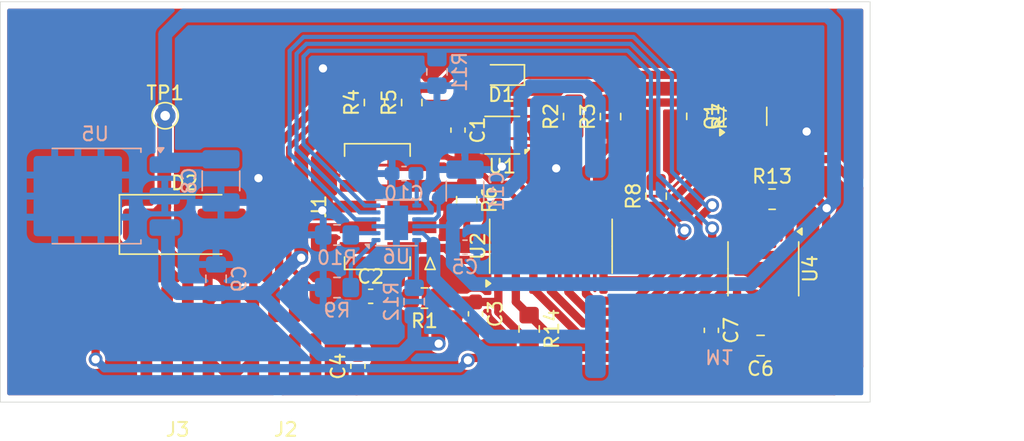
<source format=kicad_pcb>
(kicad_pcb (version 20240108) (generator "pcbnew") (generator_version "8.0")
  (layers (0 "F.Cu" signal) (31 "B.Cu" signal) (34 "B.Paste" user) (35 "F.Paste" user) (36 "B.SilkS" user "B.Silkscreen") (37 "F.SilkS" user "F.Silkscreen") (38 "B.Mask" user) (39 "F.Mask" user) (44 "Edge.Cuts" user))
  (net 0 "")
  (net 1 "GND")
  (net 2 "+5V")
  (net 3 "~{MCLR}")
  (net 4 "/+12V")
  (net 5 "Net-(D1-A)")
  (net 6 "/PGD")
  (net 7 "/PGC")
  (net 8 "/Lbus")
  (net 10 "Net-(M1--)")
  (net 11 "Net-(M1-+)")
  (net 12 "/LED")
  (net 13 "Net-(U1-SDA)")
  (net 14 "Net-(U1-SCL)")
  (net 15 "Net-(U2-RC3{slash}CxIN3-)")
  (net 16 "Net-(U6-V_{18})")
  (net 17 "Net-(U6-ILIM)")
  (net 18 "Net-(U6-ROFF)")
  (net 19 "Net-(U4-~{WAKE})")
  (net 20 "Lrx")
  (net 23 "Net-(U2-RC4)")
  (net 24 "Net-(U2-RC5)")
  (net 25 "Ltx")
  (net 28 "/~{PUSH}")
  (net 29 "Net-(U6-~{FAULT})")
  (net 30 "/LED-")
  (net 31 "/LED+")
  (footprint "Resistor_SMD:R_0805_2012Metric_Pad1.20x1.40mm_HandSolder" (layer "F.Cu") (at 150.449 58.3 -90)
    (property "Reference" "R7" (at 0 -1.65 90) (layer "F.SilkS"))
    (property "Value" "47K")
    (pad "1" smd roundrect (at -1 0 270) (size 1.2 1.4) (layers "F.Cu" "F.Paste" "F.Mask") (roundrect_rratio 0.208333) (net 2 "+5V"))
    (pad "2" smd roundrect (at 1 0 270) (size 1.2 1.4) (layers "F.Cu" "F.Paste" "F.Mask") (roundrect_rratio 0.208333) (net 12 "/LED"))
  )
  (footprint "Resistor_SMD:R_0805_2012Metric_Pad1.20x1.40mm_HandSolder" (layer "F.Cu") (at 127.1 57.3 90)
    (property "Reference" "R4" (at 0 -1.65 -90) (layer "F.SilkS"))
    (property "Value" "330")
    (pad "1" smd roundrect (at -1 0 90) (size 1.2 1.4) (layers "F.Cu" "F.Paste" "F.Mask") (roundrect_rratio 0.208333) (net 2 "+5V"))
    (pad "2" smd roundrect (at 1 0 90) (size 1.2 1.4) (layers "F.Cu" "F.Paste" "F.Mask") (roundrect_rratio 0.208333) (net 31 "/LED+"))
  )
  (footprint "Sensor_Humidity:Sensirion_DFN-8-1EP_2.5x2.5mm_P0.5mm_EP1.1x1.7mm" (layer "F.Cu") (at 136.354 59.664 180)
    (property "Reference" "U1" (at 0 -2.25 180) (layer "F.SilkS"))
    (property "Value" "SHT31-DIS")
    (pad "1" smd rect (at -1.175 -0.75 180) (size 0.55 0.25) (layers "F.Cu" "F.Paste" "F.Mask") (net 13 "Net-(U1-SDA)"))
    (pad "2" smd rect (at -1.175 -0.25 180) (size 0.55 0.25) (layers "F.Cu" "F.Paste" "F.Mask") (net 1 "GND"))
    (pad "3" smd rect (at -1.175 0.25 180) (size 0.55 0.25) (layers "F.Cu" "F.Paste" "F.Mask"))
    (pad "4" smd rect (at -1.175 0.75) (size 0.55 0.25) (layers "F.Cu" "F.Paste" "F.Mask") (net 14 "Net-(U1-SCL)"))
    (pad "5" smd rect (at 1.175 0.75 180) (size 0.55 0.25) (layers "F.Cu" "F.Paste" "F.Mask") (net 2 "+5V"))
    (pad "6" smd rect (at 1.175 0.25 180) (size 0.55 0.25) (layers "F.Cu" "F.Paste" "F.Mask"))
    (pad "7" smd rect (at 1.175 -0.25 180) (size 0.55 0.25) (layers "F.Cu" "F.Paste" "F.Mask") (net 1 "GND"))
    (pad "8" smd rect (at 1.175 -0.75 180) (size 0.55 0.25) (layers "F.Cu" "F.Paste" "F.Mask") (net 1 "GND"))
    (pad "9" smd custom (at 0 0 180) (size 1 1) (layers "F.Cu" "F.Mask") (net 1 "GND") (options (clearance outline) (anchor circle)) (primitives (gr_poly (pts (xy 0.5 0.85) (xy -0.5 0.85) (xy -0.5 -0.55) (xy -0.2 -0.85) (xy 0.5 -0.85)) (width 0) (fill yes))))
  )
  (footprint "Resistor_SMD:R_0805_2012Metric_Pad1.20x1.40mm_HandSolder" (layer "F.Cu") (at 141.529 58.318 90)
    (property "Reference" "R2" (at 0 -1.65 -90) (layer "F.SilkS"))
    (property "Value" "4.7K")
    (pad "1" smd roundrect (at -1 0 90) (size 1.2 1.4) (layers "F.Cu" "F.Paste" "F.Mask") (roundrect_rratio 0.208333) (net 13 "Net-(U1-SDA)"))
    (pad "2" smd roundrect (at 1 0 90) (size 1.2 1.4) (layers "F.Cu" "F.Paste" "F.Mask") (roundrect_rratio 0.208333) (net 2 "+5V"))
  )
  (footprint "Resistor_SMD:R_0805_2012Metric_Pad1.20x1.40mm_HandSolder" (layer "F.Cu") (at 129.8 57.3 90)
    (property "Reference" "R5" (at 0 -1.65 -90) (layer "F.SilkS"))
    (property "Value" "330")
    (pad "1" smd roundrect (at -1 0 90) (size 1.2 1.4) (layers "F.Cu" "F.Paste" "F.Mask") (roundrect_rratio 0.208333) (net 2 "+5V"))
    (pad "2" smd roundrect (at 1 0 90) (size 1.2 1.4) (layers "F.Cu" "F.Paste" "F.Mask") (roundrect_rratio 0.208333) (net 5 "Net-(D1-A)"))
  )
  (footprint "Package_SO:SOIC-8_3.9x4.9mm_P1.27mm" (layer "F.Cu") (at 155.2645 69.34325 -90)
    (property "Reference" "U4" (at 0 -3.4 90) (layer "F.SilkS"))
    (property "Value" "MCP2003B")
    (pad "1" smd roundrect (at -2.475 -1.905 270) (size 1.95 0.6) (layers "F.Cu" "F.Paste" "F.Mask") (net 20 "Lrx"))
    (pad "2" smd roundrect (at -2.475 -0.635 270) (size 1.95 0.6) (layers "F.Cu" "F.Paste" "F.Mask") (net 3 "~{MCLR}"))
    (pad "3" smd roundrect (at -2.475 0.635 270) (size 1.95 0.6) (layers "F.Cu" "F.Paste" "F.Mask") (net 19 "Net-(U4-~{WAKE})"))
    (pad "4" smd roundrect (at -2.475 1.905 270) (size 1.95 0.6) (layers "F.Cu" "F.Paste" "F.Mask") (net 25 "Ltx"))
    (pad "5" smd roundrect (at 2.475 1.905 270) (size 1.95 0.6) (layers "F.Cu" "F.Paste" "F.Mask") (net 1 "GND"))
    (pad "6" smd roundrect (at 2.475 0.635 270) (size 1.95 0.6) (layers "F.Cu" "F.Paste" "F.Mask") (net 8 "/Lbus"))
    (pad "7" smd roundrect (at 2.475 -0.635 270) (size 1.95 0.6) (layers "F.Cu" "F.Paste" "F.Mask") (net 4 "/+12V"))
    (pad "8" smd roundrect (at 2.475 -1.905 270) (size 1.95 0.6) (layers "F.Cu" "F.Paste" "F.Mask"))
  )
  (footprint "Capacitor_SMD:C_0603_1608Metric_Pad1.08x0.95mm_HandSolder" (layer "F.Cu") (at 151.5 73.8 -90)
    (property "Reference" "C7" (at 0 -1.43 90) (layer "F.SilkS"))
    (property "Value" "220pF")
    (pad "1" smd roundrect (at -0.8625 0 270) (size 1.075 0.95) (layers "F.Cu" "F.Paste" "F.Mask") (net 8 "/Lbus"))
    (pad "2" smd roundrect (at 0.8625 0 270) (size 1.075 0.95) (layers "F.Cu" "F.Paste" "F.Mask") (net 1 "GND"))
  )
  (footprint "Resistor_SMD:R_0805_2012Metric_Pad1.20x1.40mm_HandSolder" (layer "F.Cu") (at 138.3 73.7 -90)
    (property "Reference" "R14" (at 0 -1.65 90) (layer "F.SilkS"))
    (property "Value" "4.7K")
    (pad "1" smd roundrect (at -1 0 270) (size 1.2 1.4) (layers "F.Cu" "F.Paste" "F.Mask") (roundrect_rratio 0.208333) (net 20 "Lrx"))
    (pad "2" smd roundrect (at 1 0 270) (size 1.2 1.4) (layers "F.Cu" "F.Paste" "F.Mask") (roundrect_rratio 0.208333) (net 2 "+5V"))
  )
  (footprint "Package_TO_SOT_SMD:SOT-23" (layer "F.Cu") (at 153.95 58.2985 90)
    (property "Reference" "Q1" (at 0 -2.4 -90) (layer "F.SilkS"))
    (property "Value" "BSS123")
    (pad "1" smd roundrect (at -0.9375 -0.95 90) (size 1.475 0.6) (layers "F.Cu" "F.Paste" "F.Mask") (net 12 "/LED"))
    (pad "2" smd roundrect (at -0.9375 0.95 90) (size 1.475 0.6) (layers "F.Cu" "F.Paste" "F.Mask") (net 1 "GND"))
    (pad "3" smd roundrect (at 0.9375 0 90) (size 1.475 0.6) (layers "F.Cu" "F.Paste" "F.Mask") (net 30 "/LED-"))
  )
  (footprint "Resistor_SMD:R_0805_2012Metric_Pad1.20x1.40mm_HandSolder" (layer "F.Cu") (at 133.782 64.3416 -90)
    (property "Reference" "R6" (at 0 -1.65 90) (layer "F.SilkS"))
    (property "Value" "10K")
    (pad "1" smd roundrect (at -1 0 270) (size 1.2 1.4) (layers "F.Cu" "F.Paste" "F.Mask") (roundrect_rratio 0.208333) (net 6 "/PGD"))
    (pad "2" smd roundrect (at 1 0 270) (size 1.2 1.4) (layers "F.Cu" "F.Paste" "F.Mask") (roundrect_rratio 0.208333) (net 1 "GND"))
  )
  (footprint "Resistor_SMD:R_0805_2012Metric_Pad1.20x1.40mm_HandSolder" (layer "F.Cu") (at 130.718 71.463 180)
    (property "Reference" "R1" (at 0 -1.65 180) (layer "F.SilkS"))
    (property "Value" "10K")
    (pad "1" smd roundrect (at -1 0 180) (size 1.2 1.4) (layers "F.Cu" "F.Paste" "F.Mask") (roundrect_rratio 0.208333) (net 2 "+5V"))
    (pad "2" smd roundrect (at 1 0 180) (size 1.2 1.4) (layers "F.Cu" "F.Paste" "F.Mask") (roundrect_rratio 0.208333) (net 3 "~{MCLR}"))
  )
  (footprint "conn-local:Molex Pico-SPOX-4_90" (layer "F.Cu") (at 112.827 77.559 180)
    (property "Reference" "J3" (at -0.015 -3.422 0) (layer "F.SilkS"))
    (property "Value" "BUS")
    (pad "1" smd roundrect (at 2.25 1.775 180) (size 0.85 3.55) (layers "F.Cu" "F.Paste" "F.Mask") (net 8 "/Lbus"))
    (pad "1" smd roundrect (at 2.25 5.675 180) (size 0.85 2.65) (layers "F.Cu" "F.Paste" "F.Mask") (net 8 "/Lbus"))
    (pad "2" smd roundrect (at 0.75 1.775 180) (size 0.85 3.55) (layers "F.Cu" "F.Paste" "F.Mask"))
    (pad "2" smd roundrect (at 0.75 5.675 180) (size 0.85 2.65) (layers "F.Cu" "F.Paste" "F.Mask"))
    (pad "3" smd roundrect (at -0.75 1.775 180) (size 0.85 3.55) (layers "F.Cu" "F.Paste" "F.Mask") (net 4 "/+12V"))
    (pad "3" smd roundrect (at -0.75 5.675 180) (size 0.85 2.65) (layers "F.Cu" "F.Paste" "F.Mask") (net 4 "/+12V"))
    (pad "4" smd roundrect (at -2.25 1.775 180) (size 0.85 3.55) (layers "F.Cu" "F.Paste" "F.Mask") (net 1 "GND"))
    (pad "4" smd roundrect (at -2.25 5.675 180) (size 0.85 2.65) (layers "F.Cu" "F.Paste" "F.Mask") (net 1 "GND"))
  )
  (footprint "Capacitor_SMD:C_0603_1608Metric_Pad1.08x0.95mm_HandSolder" (layer "F.Cu") (at 134.417 72.606 -90)
    (property "Reference" "C3" (at 0 -1.43 90) (layer "F.SilkS"))
    (property "Value" "100nF")
    (pad "1" smd roundrect (at -0.8625 0 270) (size 1.075 0.95) (layers "F.Cu" "F.Paste" "F.Mask") (net 2 "+5V"))
    (pad "2" smd roundrect (at 0.8625 0 270) (size 1.075 0.95) (layers "F.Cu" "F.Paste" "F.Mask") (net 1 "GND"))
  )
  (footprint "Package_SO:SOIC-14_3.9x8.7mm_P1.27mm" (layer "F.Cu") (at 139.878 67.70325 90)
    (property "Reference" "U2" (at 0 -5.28 -90) (layer "F.SilkS"))
    (property "Value" "PIC18F05Q40")
    (pad "1" smd roundrect (at -2.475 -3.81 90) (size 1.95 0.6) (layers "F.Cu" "F.Paste" "F.Mask") (net 2 "+5V"))
    (pad "2" smd roundrect (at -2.475 -2.54 90) (size 1.95 0.6) (layers "F.Cu" "F.Paste" "F.Mask") (net 20 "Lrx"))
    (pad "3" smd roundrect (at -2.475 -1.27 90) (size 1.95 0.6) (layers "F.Cu" "F.Paste" "F.Mask") (net 25 "Ltx"))
    (pad "4" smd roundrect (at -2.475 0 90) (size 1.95 0.6) (layers "F.Cu" "F.Paste" "F.Mask") (net 3 "~{MCLR}"))
    (pad "5" smd roundrect (at -2.475 1.27 90) (size 1.95 0.6) (layers "F.Cu" "F.Paste" "F.Mask") (net 24 "Net-(U2-RC5)"))
    (pad "6" smd roundrect (at -2.475 2.54 90) (size 1.95 0.6) (layers "F.Cu" "F.Paste" "F.Mask") (net 23 "Net-(U2-RC4)"))
    (pad "7" smd roundrect (at -2.475 3.81 90) (size 1.95 0.6) (layers "F.Cu" "F.Paste" "F.Mask") (net 15 "Net-(U2-RC3{slash}CxIN3-)"))
    (pad "8" smd roundrect (at 2.475 3.81 90) (size 1.95 0.6) (layers "F.Cu" "F.Paste" "F.Mask") (net 12 "/LED"))
    (pad "9" smd roundrect (at 2.475 2.54 90) (size 1.95 0.6) (layers "F.Cu" "F.Paste" "F.Mask") (net 14 "Net-(U1-SCL)"))
    (pad "10" smd roundrect (at 2.475 1.27 90) (size 1.95 0.6) (layers "F.Cu" "F.Paste" "F.Mask") (net 13 "Net-(U1-SDA)"))
    (pad "11" smd roundrect (at 2.475 0 90) (size 1.95 0.6) (layers "F.Cu" "F.Paste" "F.Mask") (net 28 "/~{PUSH}"))
    (pad "12" smd roundrect (at 2.475 -1.27 90) (size 1.95 0.6) (layers "F.Cu" "F.Paste" "F.Mask") (net 7 "/PGC"))
    (pad "13" smd roundrect (at 2.475 -2.54 90) (size 1.95 0.6) (layers "F.Cu" "F.Paste" "F.Mask") (net 6 "/PGD"))
    (pad "14" smd roundrect (at 2.475 -3.81 90) (size 1.95 0.6) (layers "F.Cu" "F.Paste" "F.Mask") (net 1 "GND"))
  )
  (footprint "Diode_SMD:D_SMB_Handsoldering" (layer "F.Cu") (at 113.335 66.129)
    (property "Reference" "D2" (at 0 -3 0) (layer "F.SilkS"))
    (property "Value" "SMBJ16A")
    (pad "1" smd roundrect (at -2.7 0) (size 3.5 2.3) (layers "F.Cu" "F.Paste" "F.Mask") (roundrect_rratio 0.1086956522) (net 4 "/+12V"))
    (pad "2" smd roundrect (at 2.7 0) (size 3.5 2.3) (layers "F.Cu" "F.Paste" "F.Mask") (roundrect_rratio 0.1086956522) (net 1 "GND"))
  )
  (footprint "Capacitor_SMD:C_0603_1608Metric_Pad1.08x0.95mm_HandSolder" (layer "F.Cu") (at 125.9 76.4 90)
    (property "Reference" "C4" (at 0 -1.43 -90) (layer "F.SilkS"))
    (property "Value" "100nF")
    (pad "1" smd roundrect (at -0.8625 0 90) (size 1.075 0.95) (layers "F.Cu" "F.Paste" "F.Mask") (net 28 "/~{PUSH}"))
    (pad "2" smd roundrect (at 0.8625 0 90) (size 1.075 0.95) (layers "F.Cu" "F.Paste" "F.Mask") (net 1 "GND"))
  )
  (footprint "Capacitor_SMD:C_0603_1608Metric_Pad1.08x0.95mm_HandSolder" (layer "F.Cu") (at 133.147 59.2975 -90)
    (property "Reference" "C1" (at 0 -1.43 90) (layer "F.SilkS"))
    (property "Value" "100nF")
    (pad "1" smd roundrect (at -0.8625 0 270) (size 1.075 0.95) (layers "F.Cu" "F.Paste" "F.Mask") (net 2 "+5V"))
    (pad "2" smd roundrect (at 0.8625 0 270) (size 1.075 0.95) (layers "F.Cu" "F.Paste" "F.Mask") (net 1 "GND"))
  )
  (footprint "Resistor_SMD:R_0805_2012Metric_Pad1.20x1.40mm_HandSolder" (layer "F.Cu") (at 147.498 64.081 90)
    (property "Reference" "R8" (at 0 -1.65 -90) (layer "F.SilkS"))
    (property "Value" "47K")
    (pad "1" smd roundrect (at -1 0 90) (size 1.2 1.4) (layers "F.Cu" "F.Paste" "F.Mask") (roundrect_rratio 0.208333) (net 28 "/~{PUSH}"))
    (pad "2" smd roundrect (at 1 0 90) (size 1.2 1.4) (layers "F.Cu" "F.Paste" "F.Mask") (roundrect_rratio 0.208333) (net 2 "+5V"))
  )
  (footprint "TestPoint:TestPoint_THTPad_D1.5mm_Drill0.7mm" (layer "F.Cu") (at 111.938 58.255)
    (property "Reference" "TP1" (at 0 -1.648 0) (layer "F.SilkS"))
    (property "Value" "TestPoint")
    (pad "1" thru_hole circle (at 0 0) (size 1.5 1.5) (drill 0.7) (layers "*.Cu" "*.Mask") (net 4 "/+12V"))
  )
  (footprint "conn-local:Molex_Pico-SPOX-5-Vertical" (layer "F.Cu") (at 128.083 64.835 90)
    (property "Reference" "J1" (at 0 -5 -90) (layer "F.SilkS"))
    (property "Value" "Conn_01x05_Pin")
    (pad "1" smd rect (at -3 -2.175 180) (size 2.65 0.85) (layers "F.Cu" "F.Paste" "F.Mask") (net 3 "~{MCLR}"))
    (pad "1" smd rect (at -3 1.725 180) (size 3.55 0.85) (layers "F.Cu" "F.Paste" "F.Mask") (net 3 "~{MCLR}"))
    (pad "2" smd rect (at -1.5 -2.175 180) (size 2.65 0.85) (layers "F.Cu" "F.Paste" "F.Mask") (net 2 "+5V"))
    (pad "2" smd rect (at -1.5 1.725 180) (size 3.55 0.85) (layers "F.Cu" "F.Paste" "F.Mask") (net 2 "+5V"))
    (pad "3" smd rect (at 0 -2.175 180) (size 2.65 0.85) (layers "F.Cu" "F.Paste" "F.Mask") (net 1 "GND"))
    (pad "3" smd rect (at 0 1.725 180) (size 3.55 0.85) (layers "F.Cu" "F.Paste" "F.Mask") (net 1 "GND"))
    (pad "4" smd rect (at 1.5 -2.175 180) (size 2.65 0.85) (layers "F.Cu" "F.Paste" "F.Mask") (net 6 "/PGD"))
    (pad "4" smd rect (at 1.5 1.725 180) (size 3.55 0.85) (layers "F.Cu" "F.Paste" "F.Mask") (net 6 "/PGD"))
    (pad "5" smd rect (at 3 -2.175 180) (size 2.65 0.85) (layers "F.Cu" "F.Paste" "F.Mask") (net 7 "/PGC"))
    (pad "5" smd rect (at 3 1.725 180) (size 3.55 0.85) (layers "F.Cu" "F.Paste" "F.Mask") (net 7 "/PGC"))
  )
  (footprint "LED_SMD:LED_0603_1608Metric_Pad1.05x0.95mm_HandSolder" (layer "F.Cu") (at 136.3 55.3 180)
    (property "Reference" "D1" (at 0 -1.43 180) (layer "F.SilkS"))
    (property "Value" "LED")
    (pad "1" smd roundrect (at -0.875 0 180) (size 1.05 0.95) (layers "F.Cu" "F.Paste" "F.Mask") (net 30 "/LED-"))
    (pad "2" smd roundrect (at 0.875 0 180) (size 1.05 0.95) (layers "F.Cu" "F.Paste" "F.Mask") (net 5 "Net-(D1-A)"))
  )
  (footprint "Resistor_SMD:R_0805_2012Metric_Pad1.20x1.40mm_HandSolder" (layer "F.Cu") (at 144.196 58.318 90)
    (property "Reference" "R3" (at 0 -1.65 -90) (layer "F.SilkS"))
    (property "Value" "4.7K")
    (pad "1" smd roundrect (at -1 0 90) (size 1.2 1.4) (layers "F.Cu" "F.Paste" "F.Mask") (roundrect_rratio 0.208333) (net 14 "Net-(U1-SCL)"))
    (pad "2" smd roundrect (at 1 0 90) (size 1.2 1.4) (layers "F.Cu" "F.Paste" "F.Mask") (roundrect_rratio 0.208333) (net 2 "+5V"))
  )
  (footprint "Capacitor_SMD:C_0805_2012Metric_Pad1.18x1.45mm_HandSolder" (layer "F.Cu") (at 155.0625 74.9 180)
    (property "Reference" "C6" (at 0 -1.68 180) (layer "F.SilkS"))
    (property "Value" "1µF")
    (pad "1" smd roundrect (at -1.0375 0 180) (size 1.175 1.45) (layers "F.Cu" "F.Paste" "F.Mask") (roundrect_rratio 0.212766) (net 4 "/+12V"))
    (pad "2" smd roundrect (at 1.0375 0 180) (size 1.175 1.45) (layers "F.Cu" "F.Paste" "F.Mask") (roundrect_rratio 0.212766) (net 1 "GND"))
  )
  (footprint "Capacitor_SMD:C_0603_1608Metric_Pad1.08x0.95mm_HandSolder" (layer "F.Cu") (at 126.8235 71.336)
    (property "Reference" "C2" (at 0 -1.43 0) (layer "F.SilkS"))
    (property "Value" "100nF")
    (pad "1" smd roundrect (at -0.8625 0) (size 1.075 0.95) (layers "F.Cu" "F.Paste" "F.Mask") (net 1 "GND"))
    (pad "2" smd roundrect (at 0.8625 0) (size 1.075 0.95) (layers "F.Cu" "F.Paste" "F.Mask") (net 3 "~{MCLR}"))
  )
  (footprint "conn-local:Molex Pico-SPOX-4_90" (layer "F.Cu") (at 120.574 77.559 180)
    (property "Reference" "J2" (at -0.104 -3.422 0) (layer "F.SilkS"))
    (property "Value" "push button")
    (pad "1" smd roundrect (at 2.25 1.775 180) (size 0.85 3.55) (layers "F.Cu" "F.Paste" "F.Mask") (net 1 "GND"))
    (pad "1" smd roundrect (at 2.25 5.675 180) (size 0.85 2.65) (layers "F.Cu" "F.Paste" "F.Mask") (net 1 "GND"))
    (pad "2" smd roundrect (at 0.75 1.775 180) (size 0.85 3.55) (layers "F.Cu" "F.Paste" "F.Mask") (net 28 "/~{PUSH}"))
    (pad "2" smd roundrect (at 0.75 5.675 180) (size 0.85 2.65) (layers "F.Cu" "F.Paste" "F.Mask") (net 28 "/~{PUSH}"))
    (pad "3" smd roundrect (at -0.75 1.775 180) (size 0.85 3.55) (layers "F.Cu" "F.Paste" "F.Mask") (net 31 "/LED+"))
    (pad "3" smd roundrect (at -0.75 5.675 180) (size 0.85 2.65) (layers "F.Cu" "F.Paste" "F.Mask") (net 31 "/LED+"))
    (pad "4" smd roundrect (at -2.25 1.775 180) (size 0.85 3.55) (layers "F.Cu" "F.Paste" "F.Mask") (net 30 "/LED-"))
    (pad "4" smd roundrect (at -2.25 5.675 180) (size 0.85 2.65) (layers "F.Cu" "F.Paste" "F.Mask") (net 30 "/LED-"))
  )
  (footprint "Resistor_SMD:R_0805_2012Metric_Pad1.20x1.40mm_HandSolder" (layer "F.Cu") (at 155.9 64.3)
    (property "Reference" "R13" (at 0 -1.65 0) (layer "F.SilkS"))
    (property "Value" "4.7K")
    (pad "1" smd roundrect (at -1 0) (size 1.2 1.4) (layers "F.Cu" "F.Paste" "F.Mask") (roundrect_rratio 0.208333) (net 19 "Net-(U4-~{WAKE})"))
    (pad "2" smd roundrect (at 1 0) (size 1.2 1.4) (layers "F.Cu" "F.Paste" "F.Mask") (roundrect_rratio 0.208333) (net 4 "/+12V"))
  )
  (footprint "Package_TO_SOT_SMD:TO-252-3_TabPin2" (layer "B.Cu") (at 106.872 64.0755 180)
    (property "Reference" "U5" (at 0 4.5 0) (layer "B.SilkS") (effects (justify mirror)))
    (property "Value" "uA7805")
    (pad "1" smd roundrect (at -5.04 2.28 180) (size 2.2 1.2) (layers "B.Cu" "B.Paste" "B.Mask") (roundrect_rratio 0.208333) (net 4 "/+12V"))
    (pad "2" smd roundrect (at -5.04 0 180) (size 2.2 1.2) (layers "B.Cu" "B.Paste" "B.Mask") (roundrect_rratio 0.208333) (net 1 "GND"))
    (pad "2" smd roundrect (at -0.415 -1.525 180) (size 3.05 2.75) (layers "B.Cu" "B.Paste") (roundrect_rratio 0.090909) (net 1 "GND"))
    (pad "2" smd roundrect (at -0.415 1.525 180) (size 3.05 2.75) (layers "B.Cu" "B.Paste") (roundrect_rratio 0.090909) (net 1 "GND"))
    (pad "2" smd roundrect (at 1.26 0 180) (size 6.4 5.8) (layers "B.Cu" "B.Mask") (roundrect_rratio 0.043103) (net 1 "GND"))
    (pad "2" smd roundrect (at 2.935 -1.525 180) (size 3.05 2.75) (layers "B.Cu" "B.Paste") (roundrect_rratio 0.090909) (net 1 "GND"))
    (pad "2" smd roundrect (at 2.935 1.525 180) (size 3.05 2.75) (layers "B.Cu" "B.Paste") (roundrect_rratio 0.090909) (net 1 "GND"))
    (pad "3" smd roundrect (at -5.04 -2.28 180) (size 2.2 1.2) (layers "B.Cu" "B.Paste" "B.Mask") (roundrect_rratio 0.208333) (net 2 "+5V"))
  )
  (footprint "Capacitor_SMD:C_0603_1608Metric_Pad1.08x0.95mm_HandSolder" (layer "B.Cu") (at 129.2365 62.446)
    (property "Reference" "C10" (at 0 1.43 0) (layer "B.SilkS") (effects (justify mirror)))
    (property "Value" "1µF")
    (pad "1" smd roundrect (at -0.8625 0) (size 1.075 0.95) (layers "B.Cu" "B.Paste" "B.Mask") (net 1 "GND"))
    (pad "2" smd roundrect (at 0.8625 0) (size 1.075 0.95) (layers "B.Cu" "B.Paste" "B.Mask") (net 16 "Net-(U6-V_{18})"))
  )
  (footprint "Package_DFN_QFN:Maxim_TDFN-12-1EP_3x3mm_P0.5mm_EP1.7x2.5mm" (layer "B.Cu") (at 128.683 66.012)
    (property "Reference" "U6" (at 0 2.45 0) (layer "B.SilkS") (effects (justify mirror)))
    (property "Value" "MAX22201")
    (pad "1" smd roundrect (at -1.475 1.25) (size 0.65 0.3) (layers "B.Cu" "B.Paste" "B.Mask") (net 17 "Net-(U6-ILIM)"))
    (pad "2" smd roundrect (at -1.475 0.75) (size 0.65 0.3) (layers "B.Cu" "B.Paste" "B.Mask") (net 18 "Net-(U6-ROFF)"))
    (pad "3" smd roundrect (at -1.475 0.25) (size 0.65 0.3) (layers "B.Cu" "B.Paste" "B.Mask") (net 1 "GND"))
    (pad "4" smd roundrect (at -1.475 -0.25) (size 0.65 0.3) (layers "B.Cu" "B.Paste" "B.Mask") (net 23 "Net-(U2-RC4)"))
    (pad "5" smd roundrect (at -1.475 -0.75) (size 0.65 0.3) (layers "B.Cu" "B.Paste" "B.Mask") (net 24 "Net-(U2-RC5)"))
    (pad "6" smd roundrect (at -1.475 -1.25) (size 0.65 0.3) (layers "B.Cu" "B.Paste" "B.Mask") (net 15 "Net-(U2-RC3{slash}CxIN3-)"))
    (pad "7" smd roundrect (at 1.475 -1.25) (size 0.65 0.3) (layers "B.Cu" "B.Paste" "B.Mask") (net 16 "Net-(U6-V_{18})"))
    (pad "8" smd roundrect (at 1.475 -0.75) (size 0.65 0.3) (layers "B.Cu" "B.Paste" "B.Mask") (net 1 "GND"))
    (pad "9" smd roundrect (at 1.475 -0.25) (size 0.65 0.3) (layers "B.Cu" "B.Paste" "B.Mask") (net 10 "Net-(M1--)"))
    (pad "10" smd roundrect (at 1.475 0.25) (size 0.65 0.3) (layers "B.Cu" "B.Paste" "B.Mask") (net 4 "/+12V"))
    (pad "11" smd roundrect (at 1.475 0.75) (size 0.65 0.3) (layers "B.Cu" "B.Paste" "B.Mask") (net 11 "Net-(M1-+)"))
    (pad "12" smd roundrect (at 1.475 1.25) (size 0.65 0.3) (layers "B.Cu" "B.Paste" "B.Mask") (net 29 "Net-(U6-~{FAULT})"))
    (pad "13" smd rect (at 0 0) (size 1.7 2.5) (layers "B.Cu" "B.Mask") (net 1 "GND"))
  )
  (footprint "Capacitor_SMD:C_0603_1608Metric_Pad1.08x0.95mm_HandSolder" (layer "B.Cu") (at 133.655 67.78)
    (property "Reference" "C5" (at 0 1.43 0) (layer "B.SilkS") (effects (justify mirror)))
    (property "Value" "100nF")
    (pad "1" smd roundrect (at -0.8625 0) (size 1.075 0.95) (layers "B.Cu" "B.Paste" "B.Mask") (net 4 "/+12V"))
    (pad "2" smd roundrect (at 0.8625 0) (size 1.075 0.95) (layers "B.Cu" "B.Paste" "B.Mask") (net 1 "GND"))
  )
  (footprint "Capacitor_SMD:C_1210_3225Metric_Pad1.33x2.70mm_HandSolder" (layer "B.Cu") (at 115.979 62.971 -90)
    (property "Reference" "C8" (at 0 2.3 90) (layer "B.SilkS") (effects (justify mirror)))
    (property "Value" "10uF")
    (pad "1" smd roundrect (at -1.5625 0 270) (size 1.325 2.7) (layers "B.Cu" "B.Paste" "B.Mask") (roundrect_rratio 0.188679) (net 4 "/+12V"))
    (pad "2" smd roundrect (at 1.5625 0 270) (size 1.325 2.7) (layers "B.Cu" "B.Paste" "B.Mask") (roundrect_rratio 0.188679) (net 1 "GND"))
  )
  (footprint "Capacitor_SMD:C_0805_2012Metric_Pad1.18x1.45mm_HandSolder" (layer "B.Cu") (at 115.621 70.066 90)
    (property "Reference" "C9" (at 0 1.68 -90) (layer "B.SilkS") (effects (justify mirror)))
    (property "Value" "10uF")
    (pad "1" smd roundrect (at -1.0375 0 90) (size 1.175 1.45) (layers "B.Cu" "B.Paste" "B.Mask") (roundrect_rratio 0.212766) (net 2 "+5V"))
    (pad "2" smd roundrect (at 1.0375 0 90) (size 1.175 1.45) (layers "B.Cu" "B.Paste" "B.Mask") (roundrect_rratio 0.212766) (net 1 "GND"))
  )
  (footprint "Resistor_SMD:R_0805_2012Metric_Pad1.20x1.40mm_HandSolder" (layer "B.Cu") (at 124.384 66.891)
    (property "Reference" "R10" (at 0 1.65 0) (layer "B.SilkS") (effects (justify mirror)))
    (property "Value" "33K")
    (pad "1" smd roundrect (at -1 0) (size 1.2 1.4) (layers "B.Cu" "B.Paste" "B.Mask") (roundrect_rratio 0.208333) (net 1 "GND"))
    (pad "2" smd roundrect (at 1 0) (size 1.2 1.4) (layers "B.Cu" "B.Paste" "B.Mask") (roundrect_rratio 0.208333) (net 18 "Net-(U6-ROFF)"))
  )
  (footprint "Resistor_SMD:R_0805_2012Metric_Pad1.20x1.40mm_HandSolder" (layer "B.Cu") (at 124.384 70.701)
    (property "Reference" "R9" (at 0 1.65 0) (layer "B.SilkS") (effects (justify mirror)))
    (property "Value" "100K")
    (pad "1" smd roundrect (at -1 0) (size 1.2 1.4) (layers "B.Cu" "B.Paste" "B.Mask") (roundrect_rratio 0.208333) (net 1 "GND"))
    (pad "2" smd roundrect (at 1 0) (size 1.2 1.4) (layers "B.Cu" "B.Paste" "B.Mask") (roundrect_rratio 0.208333) (net 17 "Net-(U6-ILIM)"))
  )
  (footprint "motors-local:F130" (layer "B.Cu") (at 164.7 67)
    (property "Reference" "M1" (at -12.6 8.7 180) (layer "B.SilkS") (effects (justify mirror)))
    (property "Value" "F130" (hide yes))
    (pad "1" smd roundrect (at -21.6 7.25) (size 1.5 6) (layers "B.Cu" "B.Paste" "B.Mask") (net 11 "Net-(M1-+)"))
    (pad "2" smd roundrect (at -21.6 -7.25) (size 1.5 6) (layers "B.Cu" "B.Paste" "B.Mask") (net 10 "Net-(M1--)"))
  )
  (footprint "Resistor_SMD:R_0805_2012Metric_Pad1.20x1.40mm_HandSolder" (layer "B.Cu") (at 129.972 71.717 -90)
    (property "Reference" "R12" (at 0 1.65 90) (layer "B.SilkS") (effects (justify mirror)))
    (property "Value" "33K")
    (pad "1" smd roundrect (at -1 0 270) (size 1.2 1.4) (layers "B.Cu" "B.Paste" "B.Mask") (roundrect_rratio 0.208333) (net 29 "Net-(U6-~{FAULT})"))
    (pad "2" smd roundrect (at 1 0 270) (size 1.2 1.4) (layers "B.Cu" "B.Paste" "B.Mask") (roundrect_rratio 0.208333) (net 2 "+5V"))
  )
  (footprint "Resistor_SMD:R_0805_2012Metric_Pad1.20x1.40mm_HandSolder" (layer "B.Cu") (at 131.623 55.08 90)
    (property "Reference" "R11" (at 0 1.65 -90) (layer "B.SilkS") (effects (justify mirror)))
    (property "Value" "10K")
    (pad "1" smd roundrect (at -1 0 90) (size 1.2 1.4) (layers "B.Cu" "B.Paste" "B.Mask") (roundrect_rratio 0.208333) (net 1 "GND"))
    (pad "2" smd roundrect (at 1 0 90) (size 1.2 1.4) (layers "B.Cu" "B.Paste" "B.Mask") (roundrect_rratio 0.208333) (net 15 "Net-(U2-RC3{slash}CxIN3-)"))
  )
  (footprint "Capacitor_SMD:C_1210_3225Metric_Pad1.33x2.70mm_HandSolder" (layer "B.Cu") (at 133.655 63.716 90)
    (property "Reference" "C11" (at 0 2.3 -90) (layer "B.SilkS") (effects (justify mirror)))
    (property "Value" "10uF")
    (pad "1" smd roundrect (at -1.5625 0 90) (size 1.325 2.7) (layers "B.Cu" "B.Paste" "B.Mask") (roundrect_rratio 0.188679) (net 4 "/+12V"))
    (pad "2" smd roundrect (at 1.5625 0 90) (size 1.325 2.7) (layers "B.Cu" "B.Paste" "B.Mask") (roundrect_rratio 0.188679) (net 1 "GND"))
  )
  (gr_rect (start 100 50) (end 163 79) (stroke (width 0.05)) (fill none) (layer "Edge.Cuts"))
  (segment (start 135.604 60.414) (end 136.354 59.664) (width 0.2) (layer "F.Cu") (net 1))
  (segment (start 118.324 71.884) (end 118.324 75.784) (width 0.2) (layer "F.Cu") (net 1))
  (segment (start 136.354 59.664) (end 136.354 58.541) (width 0.2) (layer "F.Cu") (net 1))
  (segment (start 129.808 64.835) (end 132.155 64.835) (width 0.6) (layer "F.Cu") (net 1))
  (segment (start 115.077 71.884) (end 115.077 69.213) (width 0.6) (layer "F.Cu") (net 1))
  (segment (start 135.179 60.414) (end 135.604 60.414) (width 0.2) (layer "F.Cu") (net 1))
  (segment (start 137.529 59.914) (end 136.604 59.914) (width 0.2) (layer "F.Cu") (net 1))
  (segment (start 118.324 71.884) (end 118.324 69.721) (width 0.6) (layer "F.Cu") (net 1))
  (segment (start 135.179 59.914) (end 136.104 59.914) (width 0.2) (layer "F.Cu") (net 1))
  (segment (start 115.077 71.884) (end 115.077 75.784) (width 0.2) (layer "F.Cu") (net 1))
  (segment (start 125.908 64.835) (end 123.5218 64.835) (width 0.6) (layer "F.Cu") (net 1))
  (segment (start 136.354 59.664) (end 136.354 60.763) (width 0.2) (layer "F.Cu") (net 1))
  (segment (start 125.908 64.835) (end 129.808 64.835) (width 0.2) (layer "F.Cu") (net 1))
  (via (at 123.368 54.826) (size 1) (drill 0.6) (layers "F.Cu" "B.Cu") (net 1))
  (via (at 118.6944 62.7762) (size 1) (drill 0.6) (layers "F.Cu" "B.Cu") (net 1))
  (via (at 140.259 62.065) (size 1) (drill 0.6) (layers "F.Cu" "B.Cu") (net 1))
  (via (at 158.4 59.4) (size 1) (drill 0.6) (layers "F.Cu" "B.Cu") (net 1))
  (via (at 136.322 61.938) (size 1) (drill 0.6) (layers "F.Cu" "B.Cu") (net 1))
  (via (at 123.3172 65.113) (size 1) (drill 0.6) (layers "F.Cu" "B.Cu") (net 1))
  (segment (start 129.433 65.262) (end 128.683 66.012) (width 0.3) (layer "B.Cu") (net 1))
  (segment (start 130.158 65.262) (end 129.433 65.262) (width 0.3) (layer "B.Cu") (net 1))
  (segment (start 127.208 66.262) (end 128.433 66.262) (width 0.3) (layer "B.Cu") (net 1))
  (segment (start 125.908 66.335) (end 129.808 66.335) (width 0.2) (layer "F.Cu") (net 2))
  (segment (start 136.068 71.717) (end 136.0415 71.7435) (width 0.6) (layer "F.Cu") (net 2))
  (segment (start 121.793 66.3068) (end 121.793 60.96443) (width 1) (layer "F.Cu") (net 2))
  (segment (start 134.264 57.318) (end 133.147 58.435) (width 0.6) (layer "F.Cu") (net 2))
  (segment (start 133.147 58.435) (end 129.919 58.435) (width 0.6) (layer "F.Cu") (net 2))
  (segment (start 124.45743 58.3) (end 127.1 58.3) (width 1) (layer "F.Cu") (net 2))
  (segment (start 147.389 57.3) (end 150.449 57.3) (width 0.6) (layer "F.Cu") (net 2))
  (segment (start 147.498 57.445) (end 147.371 57.318) (width 0.6) (layer "F.Cu") (net 2))
  (segment (start 141.529 57.318) (end 144.196 57.318) (width 0.6) (layer "F.Cu") (net 2))
  (segment (start 136.068 72.468) (end 138.3 74.7) (width 0.6) (layer "F.Cu") (net 2))
  (segment (start 134.264 57.318) (end 141.529 57.318) (width 0.6) (layer "F.Cu") (net 2))
  (segment (start 135.179 58.914) (end 133.626 58.914) (width 0.2) (layer "F.Cu") (net 2))
  (segment (start 136.068 71.717) (end 136.068 72.468) (width 0.6) (layer "F.Cu") (net 2))
  (segment (start 144.196 57.318) (end 147.371 57.318) (width 0.6) (layer "F.Cu") (net 2))
  (segment (start 125.908 66.335) (end 121.8212 66.335) (width 0.6) (layer "F.Cu") (net 2))
  (segment (start 136.0415 71.7435) (end 134.417 71.7435) (width 0.6) (layer "F.Cu") (net 2))
  (segment (start 121.793 68.543603) (end 121.793 66.3068) (width 1) (layer "F.Cu") (net 2))
  (segment (start 121.793 60.96443) (end 124.45743 58.3) (width 1) (layer "F.Cu") (net 2))
  (segment (start 131.718 74.67) (end 131.718 71.463) (width 1) (layer "F.Cu") (net 2))
  (segment (start 121.8212 66.335) (end 121.793 66.3068) (width 0.6) (layer "F.Cu") (net 2))
  (segment (start 147.498 63.081) (end 147.498 57.445) (width 0.6) (layer "F.Cu") (net 2))
  (segment (start 131.63775 71.7435) (end 134.417 71.7435) (width 0.8) (layer "F.Cu") (net 2))
  (segment (start 136.068 70.17825) (end 136.068 71.717) (width 0.6) (layer "F.Cu") (net 2))
  (segment (start 133.626 58.914) (end 133.147 58.435) (width 0.2) (layer "F.Cu") (net 2))
  (segment (start 129.919 58.435) (end 127.165 58.435) (width 1) (layer "F.Cu") (net 2))
  (via (at 131.75 74.765) (size 1) (drill 0.6) (layers "F.Cu" "B.Cu") (net 2))
  (via (at 121.793 68.543603) (size 1) (drill 0.6) (layers "F.Cu" "B.Cu") (net 2))
  (segment (start 118.7745 71.1035) (end 115.621 71.1035) (width 1) (layer "B.Cu") (net 2))
  (segment (start 129.8355 74.765) (end 129.761 74.8395) (width 1) (layer "B.Cu") (net 2))
  (segment (start 129.761 74.8395) (end 129.988 74.6125) (width 1) (layer "B.Cu") (net 2))
  (segment (start 129.988 74.6125) (end 129.988 72.733) (width 1) (layer "B.Cu") (net 2))
  (segment (start 121.793 68.543603) (end 121.594397 68.543603) (width 1) (layer "B.Cu") (net 2))
  (segment (start 131.75 74.765) (end 129.8355 74.765) (width 1) (layer "B.Cu") (net 2))
  (segment (start 112.87 71.1035) (end 115.621 71.1035) (width 1) (layer "B.Cu") (net 2))
  (segment (start 121.594397 68.543603) (end 119.0345 71.1035) (width 1) (layer "B.Cu") (net 2))
  (segment (start 123.198 75.527) (end 129.0735 75.527) (width 1) (layer "B.Cu") (net 2))
  (segment (start 129.0735 75.527) (end 129.761 74.8395) (width 1) (layer "B.Cu") (net 2))
  (segment (start 112.142 70.3755) (end 112.87 71.1035) (width 1) (layer "B.Cu") (net 2))
  (segment (start 112.142 66.3755) (end 112.142 70.3755) (width 1) (layer "B.Cu") (net 2))
  (segment (start 118.7745 71.1035) (end 123.198 75.527) (width 1) (layer "B.Cu") (net 2))
  (segment (start 119.0345 71.1035) (end 118.7745 71.1035) (width 1) (layer "B.Cu") (net 2))
  (segment (start 125.908 67.835) (end 129.808 67.835) (width 0.2) (layer "F.Cu") (net 3))
  (segment (start 129.808 67.835) (end 129.808 71.373) (width 0.6) (layer "F.Cu") (net 3))
  (segment (start 155.8995 66.86825) (end 155.8995 63.714756) (width 0.2) (layer "F.Cu") (net 3))
  (segment (start 127.686 71.336) (end 129.591 71.336) (width 0.6) (layer "F.Cu") (net 3))
  (segment (start 155.8995 63.714756) (end 155.384744 63.2) (width 0.2) (layer "F.Cu") (net 3))
  (segment (start 152.5595 67.27776) (end 152.5595 64.3405) (width 0.6) (layer "F.Cu") (net 3))
  (segment (start 142.232726 73.3) (end 146.53726 73.3) (width 0.6) (layer "F.Cu") (net 3))
  (segment (start 139.878 70.17825) (end 139.878 70.945274) (width 0.6) (layer "F.Cu") (net 3))
  (segment (start 139.878 69.203251) (end 139.374749 68.7) (width 0.6) (layer "F.Cu") (net 3))
  (segment (start 139.878 70.945274) (end 142.232726 73.3) (width 0.6) (layer "F.Cu") (net 3))
  (segment (start 133.1 68.7) (end 132.235 67.835) (width 0.6) (layer "F.Cu") (net 3))
  (segment (start 139.878 70.17825) (end 139.878 69.203251) (width 0.6) (layer "F.Cu") (net 3))
  (segment (start 155.384744 63.2) (end 153.5 63.2) (width 0.2) (layer "F.Cu") (net 3))
  (segment (start 139.374749 68.7) (end 133.1 68.7) (width 0.6) (layer "F.Cu") (net 3))
  (segment (start 146.53726 73.3) (end 152.5595 67.27776) (width 0.6) (layer "F.Cu") (net 3))
  (segment (start 152.5595 64.3405) (end 153.5 63.4) (width 0.6) (layer "F.Cu") (net 3))
  (segment (start 132.235 67.835) (end 129.808 67.835) (width 0.6) (layer "F.Cu") (net 3))
  (segment (start 113.577 71.884) (end 113.577 75.784) (width 0.2) (layer "F.Cu") (net 4))
  (segment (start 159.2 64.3) (end 159.817 64.917) (width 0.6) (layer "F.Cu") (net 4))
  (segment (start 159.817 64.917) (end 159.817 73.583) (width 0.6) (layer "F.Cu") (net 4))
  (segment (start 156.9 64.3) (end 159.2 64.3) (width 0.6) (layer "F.Cu") (net 4))
  (segment (start 155.8995 71.81825) (end 155.8995 74.4995) (width 0.6) (layer "F.Cu") (net 4))
  (segment (start 110.635 66.129) (end 111.872 64.892) (width 1) (layer "F.Cu") (net 4))
  (segment (start 111.872 64.892) (end 111.872 58.321) (width 1) (layer "F.Cu") (net 4))
  (segment (start 113.577 71.884) (end 113.577 69.673) (width 0.8) (layer "F.Cu") (net 4))
  (segment (start 158.5 74.9) (end 156.1 74.9) (width 0.6) (layer "F.Cu") (net 4))
  (segment (start 113.577 69.505) (end 110.635 66.563) (width 0.8) (layer "F.Cu") (net 4))
  (segment (start 111.872 58.321) (end 111.938 58.255) (width 1) (layer "F.Cu") (net 4))
  (segment (start 159.817 73.583) (end 158.5 74.9) (width 0.6) (layer "F.Cu") (net 4))
  (via (at 159.85 64.95) (size 1) (drill 0.6) (layers "F.Cu" "B.Cu") (net 4))
  (segment (start 130.158 66.262) (end 132.5445 66.262) (width 0.3) (layer "B.Cu") (net 4))
  (segment (start 159.85 64.95) (end 154.353 70.447) (width 1) (layer "B.Cu") (net 4))
  (segment (start 159.9 51) (end 113.3 51) (width 1) (layer "B.Cu") (net 4))
  (segment (start 134.29 70.447) (end 132.766 68.923) (width 1) (layer "B.Cu") (net 4))
  (segment (start 111.938 58.255) (end 111.938 61.5715) (width 1) (layer "B.Cu") (net 4))
  (segment (start 160.384314 51.484314) (end 159.9 51) (width 1) (layer "B.Cu") (net 4))
  (segment (start 160.384314 64.415686) (end 160.384314 51.484314) (width 1) (layer "B.Cu") (net 4))
  (segment (start 159.85 64.95) (end 160.384314 64.415686) (width 1) (layer "B.Cu") (net 4))
  (segment (start 154.353 70.447) (end 134.29 70.447) (width 1) (layer "B.Cu") (net 4))
  (segment (start 112.0795 61.43) (end 115.2665 61.43) (width 1) (layer "B.Cu") (net 4))
  (segment (start 113.3 51) (end 111.938 52.362) (width 1) (layer "B.Cu") (net 4))
  (segment (start 111.938 52.362) (end 111.938 58.255) (width 1) (layer "B.Cu") (net 4))
  (segment (start 132.766 66.1675) (end 133.655 65.2785) (width 1) (layer "B.Cu") (net 4))
  (segment (start 111.938 61.5715) (end 112.0795 61.43) (width 1) (layer "B.Cu") (net 4))
  (segment (start 132.766 68.923) (end 132.766 66.1675) (width 1) (layer "B.Cu") (net 4))
  (segment (start 131.6 56.3) (end 129.8 56.3) (width 0.6) (layer "F.Cu") (net 5))
  (segment (start 135.425 55.3) (end 132.6 55.3) (width 0.6) (layer "F.Cu") (net 5))
  (segment (start 132.6 55.3) (end 131.6 56.3) (width 0.6) (layer "F.Cu") (net 5))
  (segment (start 132.282956 63.3416) (end 133.782 63.3416) (width 0.6) (layer "F.Cu") (net 6))
  (segment (start 125.908 63.335) (end 129.808 63.335) (width 0.2) (layer "F.Cu") (net 6))
  (segment (start 136.902349 63.8176) (end 137.338 64.253251) (width 0.4) (layer "F.Cu") (net 6))
  (segment (start 134.258 63.8176) (end 136.902349 63.8176) (width 0.4) (layer "F.Cu") (net 6))
  (segment (start 133.782 63.3416) (end 134.258 63.8176) (width 0.4) (layer "F.Cu") (net 6))
  (segment (start 132.276356 63.335) (end 129.808 63.335) (width 0.6) (layer "F.Cu") (net 6))
  (segment (start 132.276356 63.335) (end 132.282956 63.3416) (width 0.6) (layer "F.Cu") (net 6))
  (segment (start 137.338 64.253251) (end 137.338 65.22825) (width 0.4) (layer "F.Cu") (net 6))
  (segment (start 137.5412 63.1572) (end 138.608 64.224) (width 0.4) (layer "F.Cu") (net 7))
  (segment (start 132.4866 62.192) (end 134.6456 62.192) (width 0.4) (layer "F.Cu") (net 7))
  (segment (start 135.6108 63.1572) (end 137.5412 63.1572) (width 0.4) (layer "F.Cu") (net 7))
  (segment (start 125.908 61.835) (end 129.808 61.835) (width 0.2) (layer "F.Cu") (net 7))
  (segment (start 138.608 64.224) (end 138.608 65.22825) (width 0.4) (layer "F.Cu") (net 7))
  (segment (start 129.808 61.835) (end 132.1296 61.835) (width 0.4) (layer "F.Cu") (net 7))
  (segment (start 132.1296 61.835) (end 132.4866 62.192) (width 0.4) (layer "F.Cu") (net 7))
  (segment (start 134.6456 62.192) (end 135.6108 63.1572) (width 0.4) (layer "F.Cu") (net 7))
  (segment (start 107.816 71.884) (end 110.577 71.884) (width 0.6) (layer "F.Cu") (net 8))
  (segment (start 110.577 71.884) (end 110.577 75.784) (width 0.2) (layer "F.Cu") (net 8))
  (segment (start 133.862943 75.965) (end 134.027943 75.8) (width 0.6) (layer "F.Cu") (net 8))
  (segment (start 147.431371 75.8) (end 150.293871 72.9375) (width 0.6) (layer "F.Cu") (net 8))
  (segment (start 153.782894 70.34325) (end 152.936106 70.34325) (width 0.6) (layer "F.Cu") (net 8))
  (segment (start 150.293871 72.9375) (end 151.5 72.9375) (width 0.6) (layer "F.Cu") (net 8))
  (segment (start 106.9 72.8) (end 107.816 71.884) (width 0.6) (layer "F.Cu") (net 8))
  (segment (start 151.5 71.779356) (end 151.5 72.9375) (width 0.6) (layer "F.Cu") (net 8))
  (segment (start 106.9 75.9) (end 106.9 72.8) (width 0.6) (layer "F.Cu") (net 8))
  (segment (start 134.027943 75.8) (end 147.431371 75.8) (width 0.6) (layer "F.Cu") (net 8))
  (segment (start 152.936106 70.34325) (end 151.5 71.779356) (width 0.6) (layer "F.Cu") (net 8))
  (segment (start 154.6295 71.189856) (end 153.782894 70.34325) (width 0.6) (layer "F.Cu") (net 8))
  (via (at 133.862943 75.965) (size 1) (drill 0.6) (layers "F.Cu" "B.Cu") (net 8))
  (via (at 106.9 75.9) (size 1) (drill 0.6) (layers "F.Cu" "B.Cu") (net 8))
  (segment (start 133.862943 75.965) (end 133.284943 76.543) (width 0.6) (layer "B.Cu") (net 8))
  (segment (start 107.543 76.543) (end 106.9 75.9) (width 0.6) (layer "B.Cu") (net 8))
  (segment (start 133.284943 76.543) (end 107.543 76.543) (width 0.6) (layer "B.Cu") (net 8))
  (segment (start 131.75 64.224) (end 132.258 63.716) (width 1) (layer "B.Cu") (net 10))
  (segment (start 131.482 65.762) (end 131.75 65.494) (width 0.3) (layer "B.Cu") (net 10))
  (segment (start 142.4688 56.118) (end 143.1 56.7492) (width 1) (layer "B.Cu") (net 10))
  (segment (start 130.158 65.762) (end 131.482 65.762) (width 0.3) (layer "B.Cu") (net 10))
  (segment (start 132.258 63.716) (end 136.703 63.716) (width 1) (layer "B.Cu") (net 10))
  (segment (start 137.662 62.757) (end 137.662 56.820943) (width 1) (layer "B.Cu") (net 10))
  (segment (start 136.703 63.716) (end 137.662 62.757) (width 1) (layer "B.Cu") (net 10))
  (segment (start 131.75 65.494) (end 131.75 64.224) (width 0.3) (layer "B.Cu") (net 10))
  (segment (start 138.364943 56.118) (end 142.4688 56.118) (width 1) (layer "B.Cu") (net 10))
  (segment (start 137.662 56.820943) (end 138.364943 56.118) (width 1) (layer "B.Cu") (net 10))
  (segment (start 143.1 56.7492) (end 143.1 59.75) (width 1) (layer "B.Cu") (net 10))
  (segment (start 130.158 66.762) (end 130.605 66.762) (width 0.3) (layer "B.Cu") (net 11))
  (segment (start 130.605 66.762) (end 131.369 67.526) (width 0.3) (layer "B.Cu") (net 11))
  (segment (start 135.553 74.25) (end 143.1 74.25) (width 1) (layer "B.Cu") (net 11))
  (segment (start 131.369 67.526) (end 131.369 70.066) (width 1) (layer "B.Cu") (net 11))
  (segment (start 131.369 70.066) (end 135.553 74.25) (width 1) (layer "B.Cu") (net 11))
  (segment (start 144.83225 64.084) (end 148.079744 64.084) (width 0.2) (layer "F.Cu") (net 12))
  (segment (start 150.449 61.714744) (end 150.449 59.3) (width 0.2) (layer "F.Cu") (net 12))
  (segment (start 148.079744 64.084) (end 150.449 61.714744) (width 0.2) (layer "F.Cu") (net 12))
  (segment (start 143.688 65.22825) (end 144.83225 64.084) (width 0.2) (layer "F.Cu") (net 12))
  (segment (start 150.449 59.3) (end 152.936 59.3) (width 0.6) (layer "F.Cu") (net 12))
  (segment (start 141.148 63.335) (end 141.618 62.865) (width 0.6) (layer "F.Cu") (net 13))
  (segment (start 137.529 60.414) (end 141.618 60.414) (width 0.2) (layer "F.Cu") (net 13))
  (segment (start 141.618 59.886) (end 141.148 59.416) (width 0.6) (layer "F.Cu") (net 13))
  (segment (start 141.148 65.22825) (end 141.148 63.335) (width 0.6) (layer "F.Cu") (net 13))
  (segment (start 141.618 62.865) (end 141.618 59.886) (width 0.6) (layer "F.Cu") (net 13))
  (segment (start 144.196 60.382) (end 144.196 59.318) (width 0.6) (layer "F.Cu") (net 14))
  (segment (start 142.418 62.16) (end 144.196 60.382) (width 0.6) (layer "F.Cu") (net 14))
  (segment (start 137.529 58.914) (end 138.143 58.3) (width 0.2) (layer "F.Cu") (net 14))
  (segment (start 142.418 65.22825) (end 142.418 62.16) (width 0.6) (layer "F.Cu") (net 14))
  (segment (start 138.143 58.3) (end 143.178 58.3) (width 0.2) (layer "F.Cu") (net 14))
  (segment (start 143.178 58.3) (end 144.196 59.318) (width 0.2) (layer "F.Cu") (net 14))
  (segment (start 149.559501 66.570153) (end 149.559501 66.883649) (width 0.6) (layer "F.Cu") (net 15))
  (segment (start 146.2649 70.17825) (end 143.688 70.17825) (width 0.6) (layer "F.Cu") (net 15))
  (segment (start 149.559501 66.883649) (end 146.2649 70.17825) (width 0.6) (layer "F.Cu") (net 15))
  (via (at 149.559501 66.570153) (size 1) (drill 0.6) (layers "F.Cu" "B.Cu") (net 15))
  (segment (start 121.955 60.3218) (end 126.3952 64.762) (width 0.3) (layer "B.Cu") (net 15))
  (segment (start 126.3952 64.762) (end 127.208 64.762) (width 0.3) (layer "B.Cu") (net 15))
  (segment (start 147.117 55.224212) (end 145.440788 53.548) (width 0.3) (layer "B.Cu") (net 15))
  (segment (start 149.559501 66.570153) (end 147.117 64.127652) (width 0.3) (layer "B.Cu") (net 15))
  (segment (start 147.117 64.127652) (end 147.117 55.224212) (width 0.3) (layer "B.Cu") (net 15))
  (segment (start 121.955 53.970212) (end 121.955 60.3218) (width 0.3) (layer "B.Cu") (net 15))
  (segment (start 145.440788 53.548) (end 122.377212 53.548) (width 0.3) (layer "B.Cu") (net 15))
  (segment (start 122.377212 53.548) (end 121.955 53.970212) (width 0.3) (layer "B.Cu") (net 15))
  (segment (start 130.158 64.762) (end 130.158 62.505) (width 0.3) (layer "B.Cu") (net 16))
  (segment (start 125.384 69.086) (end 125.384 70.701) (width 0.3) (layer "B.Cu") (net 17))
  (segment (start 127.208 67.262) (end 125.384 69.086) (width 0.3) (layer "B.Cu") (net 17))
  (segment (start 127.208 66.762) (end 125.513 66.762) (width 0.3) (layer "B.Cu") (net 18))
  (segment (start 154.6295 66.86825) (end 154.6295 64.5705) (width 0.6) (layer "F.Cu") (net 19))
  (segment (start 137.338 71.738) (end 138.3 72.7) (width 0.6) (layer "F.Cu") (net 20))
  (segment (start 147.1 75) (end 153.75675 68.34325) (width 0.6) (layer "F.Cu") (net 20))
  (segment (start 156.322894 68.34325) (end 157.1695 67.496644) (width 0.6) (layer "F.Cu") (net 20))
  (segment (start 138.3 72.7) (end 140.6 75) (width 0.6) (layer "F.Cu") (net 20))
  (segment (start 137.338 70.17825) (end 137.338 71.738) (width 0.6) (layer "F.Cu") (net 20))
  (segment (start 140.6 75) (end 147.1 75) (width 0.6) (layer "F.Cu") (net 20))
  (segment (start 153.75675 68.34325) (end 156.322894 68.34325) (width 0.6) (layer "F.Cu") (net 20))
  (segment (start 150.559501 67.015019) (end 145.92127 71.65325) (width 0.6) (layer "F.Cu") (net 23))
  (segment (start 145.92127 71.65325) (end 142.918001 71.65325) (width 0.6) (layer "F.Cu") (net 23))
  (segment (start 142.918001 71.65325) (end 142.418 71.153249) (width 0.6) (layer "F.Cu") (net 23))
  (segment (start 150.559501 65.731999) (end 150.559501 67.015019) (width 0.6) (layer "F.Cu") (net 23))
  (segment (start 142.418 71.153249) (end 142.418 70.17825) (width 0.6) (layer "F.Cu") (net 23))
  (segment (start 151.5595 64.732) (end 150.559501 65.731999) (width 0.6) (layer "F.Cu") (net 23))
  (via (at 151.5595 64.732) (size 1) (drill 0.6) (layers "F.Cu" "B.Cu") (net 23))
  (segment (start 151.054 64.732) (end 148.641 62.319) (width 0.3) (layer "B.Cu") (net 23))
  (segment (start 120.955 60.9982) (end 125.7188 65.762) (width 0.3) (layer "B.Cu") (net 23))
  (segment (start 148.641 55.334) (end 145.855001 52.548) (width 0.3) (layer "B.Cu") (net 23))
  (segment (start 125.7188 65.762) (end 127.208 65.762) (width 0.3) (layer "B.Cu") (net 23))
  (segment (start 151.5595 64.732) (end 151.054 64.732) (width 0.3) (layer "B.Cu") (net 23))
  (segment (start 120.955 53.556) (end 120.955 60.9982) (width 0.3) (layer "B.Cu") (net 23))
  (segment (start 121.963 52.548) (end 120.955 53.556) (width 0.3) (layer "B.Cu") (net 23))
  (segment (start 145.855001 52.548) (end 121.963 52.548) (width 0.3) (layer "B.Cu") (net 23))
  (segment (start 148.641 62.319) (end 148.641 55.334) (width 0.3) (layer "B.Cu") (net 23))
  (segment (start 142.586631 72.45325) (end 141.148 71.014619) (width 0.6) (layer "F.Cu") (net 24))
  (segment (start 151.559501 67.146389) (end 146.25264 72.45325) (width 0.6) (layer "F.Cu") (net 24))
  (segment (start 146.25264 72.45325) (end 142.586631 72.45325) (width 0.6) (layer "F.Cu") (net 24))
  (segment (start 151.559501 66.402713) (end 151.559501 67.146389) (width 0.6) (layer "F.Cu") (net 24))
  (segment (start 141.148 71.014619) (end 141.148 70.17825) (width 0.6) (layer "F.Cu") (net 24))
  (via (at 151.559501 66.402713) (size 1) (drill 0.6) (layers "F.Cu" "B.Cu") (net 24))
  (segment (start 145.647894 53.048) (end 122.170106 53.048) (width 0.3) (layer "B.Cu") (net 24))
  (segment (start 122.170106 53.048) (end 121.455 53.763106) (width 0.3) (layer "B.Cu") (net 24))
  (segment (start 126.0316 65.262) (end 127.208 65.262) (width 0.3) (layer "B.Cu") (net 24))
  (segment (start 121.455 60.6854) (end 126.0316 65.262) (width 0.3) (layer "B.Cu") (net 24))
  (segment (start 151.559501 66.402713) (end 151.522631 66.402713) (width 0.3) (layer "B.Cu") (net 24))
  (segment (start 147.654422 62.534504) (end 147.654422 55.054528) (width 0.3) (layer "B.Cu") (net 24))
  (segment (start 121.455 53.763106) (end 121.455 60.6854) (width 0.3) (layer "B.Cu") (net 24))
  (segment (start 151.522631 66.402713) (end 147.654422 62.534504) (width 0.3) (layer "B.Cu") (net 24))
  (segment (start 147.654422 55.054528) (end 145.647894 53.048) (width 0.3) (layer "B.Cu") (net 24))
  (segment (start 153.3595 67.60913) (end 153.3595 66.86825) (width 0.6) (layer "F.Cu") (net 25))
  (segment (start 146.76863 74.2) (end 153.3595 67.60913) (width 0.6) (layer "F.Cu") (net 25))
  (segment (start 138.608 70.806644) (end 142.001356 74.2) (width 0.6) (layer "F.Cu") (net 25))
  (segment (start 142.001356 74.2) (end 146.76863 74.2) (width 0.6) (layer "F.Cu") (net 25))
  (segment (start 151.612272 61.4) (end 147.931272 65.081) (width 0.6) (layer "F.Cu") (net 28))
  (segment (start 162.2 63.5) (end 160.1 61.4) (width 0.6) (layer "F.Cu") (net 28))
  (segment (start 146.4235 67.272) (end 140.259 67.272) (width 0.6) (layer "F.Cu") (net 28))
  (segment (start 147.931272 65.081) (end 147.498 65.081) (width 0.6) (layer "F.Cu") (net 28))
  (segment (start 140.259 67.272) (end 139.878 66.891) (width 0.6) (layer "F.Cu") (net 28))
  (segment (start 147.498 65.081) (end 147.498 66.1975) (width 0.6) (layer "F.Cu") (net 28))
  (segment (start 125.8 78.2) (end 120.465001 78.2) (width 0.6) (layer "F.Cu") (net 28))
  (segment (start 160.1 61.4) (end 151.612272 61.4) (width 0.6) (layer "F.Cu") (net 28))
  (segment (start 119.824 77.558999) (end 119.824 75.784) (width 0.6) (layer "F.Cu") (net 28))
  (segment (start 125.8 78.2) (end 125.8 77.3625) (width 0.6) (layer "F.Cu") (net 28))
  (segment (start 139.878 66.891) (end 139.878 65.22825) (width 0.6) (layer "F.Cu") (net 28))
  (segment (start 160.4 78.2) (end 162.2 76.4) (width 0.6) (layer "F.Cu") (net 28))
  (segment (start 125.8 78.2) (end 160.4 78.2) (width 0.6) (layer "F.Cu") (net 28))
  (segment (start 120.465001 78.2) (end 119.824 77.558999) (width 0.6) (layer "F.Cu") (net 28))
  (segment (start 147.498 66.1975) (end 146.4235 67.272) (width 0.6) (layer "F.Cu") (net 28))
  (segment (start 162.2 76.4) (end 162.2 63.5) (width 0.6) (layer "F.Cu") (net 28))
  (segment (start 119.824 71.884) (end 119.824 75.784) (width 0.2) (layer "F.Cu") (net 28))
  (segment (start 130.158 67.262) (end 130.158 70.531) (width 0.3) (layer "B.Cu") (net 29))
  (segment (start 124.184638 57.3) (end 120.893 60.591638) (width 0.4) (layer "F.Cu") (net 30))
  (segment (start 122.824 71.884) (end 122.824 75.784) (width 0.2) (layer "F.Cu") (net 30))
  (segment (start 137.175 55.3) (end 135.998 56.477) (width 0.4) (layer "F.Cu") (net 30))
  (segment (start 134.11505 56.477) (end 133.29205 57.3) (width 0.4) (layer "F.Cu") (net 30))
  (segment (start 120.893 69.115) (end 122.824 71.046) (width 0.4) (layer "F.Cu") (net 30))
  (segment (start 135.998 56.477) (end 134.11505 56.477) (width 0.4) (layer "F.Cu") (net 30))
  (segment (start 133.29205 57.3) (end 124.184638 57.3) (width 0.4) (layer "F.Cu") (net 30))
  (segment (start 120.893 60.591638) (end 120.893 69.115) (width 0.4) (layer "F.Cu") (net 30))
  (segment (start 137.175 55.3) (end 152.4 55.3) (width 0.6) (layer "F.Cu") (net 30))
  (segment (start 152.4 55.3) (end 153.95 56.85) (width 0.6) (layer "F.Cu") (net 30))
  (segment (start 124.194688 56.3) (end 127.1 56.3) (width 0.6) (layer "F.Cu") (net 31))
  (segment (start 120.193 60.301688) (end 124.194688 56.3) (width 0.6) (layer "F.Cu") (net 31))
  (segment (start 121.324 71.045484) (end 120.193 69.914484) (width 0.6) (layer "F.Cu") (net 31))
  (segment (start 121.324 71.884) (end 121.324 75.784) (width 0.2) (layer "F.Cu") (net 31))
  (segment (start 120.193 69.914484) (end 120.193 60.301688) (width 0.6) (layer "F.Cu") (net 31))
  (zone (net 0) (net_name "") (layer "F.Cu") (connect_pads (clearance 0)) (min_thickness 0.25)
    (keepout (tracks allowed) (vias allowed) (pads allowed) (copperpour not_allowed) (footprints allowed))
    (fill (thermal_gap 0.5) (thermal_bridge_width 0.5))
    (polygon (pts (xy 109.906 70.32) (xy 114.448 70.32) (xy 114.448 77.813) (xy 109.906 77.813)))
  )
  (zone (net 0) (net_name "") (layer "F.Cu") (connect_pads (clearance 0)) (min_thickness 0.25)
    (keepout (tracks allowed) (vias allowed) (pads allowed) (copperpour not_allowed) (footprints allowed))
    (fill (thermal_gap 0.5) (thermal_bridge_width 0.5))
    (polygon (pts (xy 118.753 70.32) (xy 123.495 70.32) (xy 123.495 77.813) (xy 118.88 77.813)))
  )
  (zone (net 0) (net_name "") (layer "F.Cu") (connect_pads (clearance 0)) (min_thickness 0.25)
    (keepout (tracks allowed) (vias allowed) (pads allowed) (copperpour not_allowed) (footprints allowed))
    (fill (thermal_gap 0.5) (thermal_bridge_width 0.5))
    (polygon (pts (xy 124.638 61.176) (xy 131.623 61.176) (xy 131.75 68.415) (xy 124.638 68.415)))
  )
  (zone (net 1) (net_name "GND") (layers "F&B.Cu") (connect_pads (clearance 0)) (min_thickness 0.25) (fill yes (thermal_gap 0.5) (thermal_bridge_width 0.5))
    (polygon (pts (xy 100 50) (xy 162.992 50) (xy 162.992 78.956) (xy 100 78.956)))
  )
)
</source>
